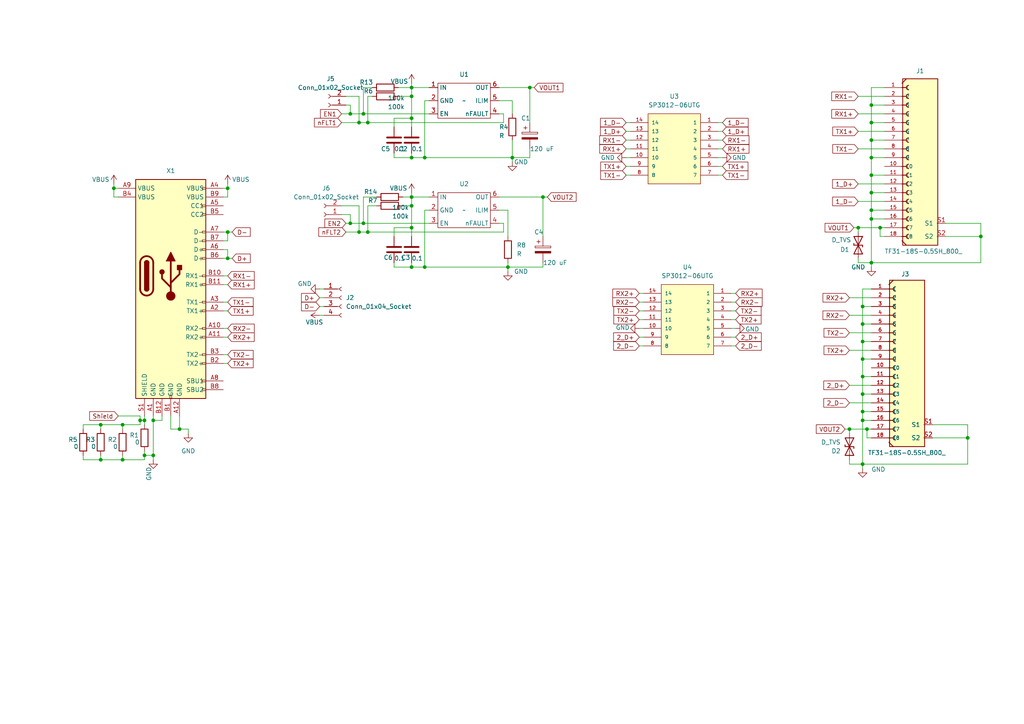
<source format=kicad_sch>
(kicad_sch (version 20250114) (generator "eeschema") (generator_version "9.0")
  (paper "A4")
  (lib_symbols
    (symbol "Connector:Conn_01x02_Socket" (pin_names (offset 1.016) (hide yes))
      (property "Reference" "J" (at 0 2.54 0))
      (property "Value" "Conn_01x02_Socket" (at 0 -5.08 0))
      (symbol "Conn_01x02_Socket_1_1"
        (pin passive line (at -5.08 0 0) (length 3.81) (name "Pin_1") (number "1"))
        (pin passive line (at -5.08 -2.54 0) (length 3.81) (name "Pin_2") (number "2"))
      )
    )
    (symbol "Connector:Conn_01x04_Socket" (pin_names (offset 1.016) (hide yes))
      (property "Reference" "J" (at 0 5.08 0))
      (property "Value" "Conn_01x04_Socket" (at 0 -7.62 0))
      (symbol "Conn_01x04_Socket_1_1"
        (pin passive line (at -5.08 2.54 0) (length 3.81) (name "Pin_1") (number "1"))
        (pin passive line (at -5.08 0 0) (length 3.81) (name "Pin_2") (number "2"))
        (pin passive line (at -5.08 -2.54 0) (length 3.81) (name "Pin_3") (number "3"))
        (pin passive line (at -5.08 -5.08 0) (length 3.81) (name "Pin_4") (number "4"))
      )
    )
    (symbol "Device:C" (pin_numbers (hide yes)) (pin_names (offset 0.254))
      (property "Reference" "C" (at 0.635 2.54 0))
      (property "Value" "C" (at 0.635 -2.54 0))
      (symbol "C_1_1"
        (pin passive line (at 0 3.81 270) (length 2.794) (name "~") (number "1"))
        (pin passive line (at 0 -3.81 90) (length 2.794) (name "~") (number "2"))
      )
    )
    (symbol "Device:C_Polarized" (pin_numbers (hide yes)) (pin_names (offset 0.254))
      (property "Reference" "C" (at 0.635 2.54 0))
      (property "Value" "C_Polarized" (at 0.635 -2.54 0))
      (symbol "C_Polarized_1_1"
        (pin passive line (at 0 3.81 270) (length 2.794) (name "~") (number "1"))
        (pin passive line (at 0 -3.81 90) (length 2.794) (name "~") (number "2"))
      )
    )
    (symbol "Device:D_TVS" (pin_numbers (hide yes)) (pin_names (offset 1.016) (hide yes))
      (property "Reference" "D" (at 0 2.54 0))
      (property "Value" "D_TVS" (at 0 -2.54 0))
      (symbol "D_TVS_1_1"
        (pin passive line (at -3.81 0 0) (length 2.54) (name "A1") (number "1"))
        (pin passive line (at 3.81 0 180) (length 2.54) (name "A2") (number "2"))
      )
    )
    (symbol "Device:R" (pin_numbers (hide yes)) (pin_names (offset 0))
      (property "Reference" "R" (at 2.032 0 90))
      (property "Value" "R" (at 0 0 90))
      (symbol "R_1_1"
        (pin passive line (at 0 3.81 270) (length 1.27) (name "~") (number "1"))
        (pin passive line (at 0 -3.81 90) (length 1.27) (name "~") (number "2"))
      )
    )
    (symbol "Shield1:USB_C_24pins"
      (property "Reference" "X1" (at 0 38.1 0))
      (property "Value" "USB_C_24pins" (at 0 35.56 0))
      (symbol "USB_C_24pins_1_1"
        (pin passive line (at -15.24 30.48 0) (length 5.08) (name "VBUS") (number "A9"))
        (pin passive line (at -15.24 27.94 0) (length 5.08) (name "VBUS") (number "B4"))
        (pin passive line (at -7.62 -35.56 90) (length 5.08) (name "SHIELD") (number "S1"))
        (pin passive line (at -7.62 -35.56 90) (length 5.08) (hide yes) (name "SHIELD") (number "S2"))
        (pin passive line (at -7.62 -35.56 90) (length 5.08) (hide yes) (name "SHIELD") (number "S3"))
        (pin passive line (at -7.62 -35.56 90) (length 5.08) (hide yes) (name "SHIELD") (number "S4"))
        (pin passive line (at -5.08 -35.56 90) (length 5.08) (name "GND") (number "A1"))
        (pin passive line (at -2.54 -35.56 90) (length 5.08) (name "GND") (number "B12"))
        (pin passive line (at 0 -35.56 90) (length 5.08) (name "GND") (number "B1"))
        (pin passive line (at 2.54 -35.56 90) (length 5.08) (name "GND") (number "A12"))
        (pin passive line (at 15.24 30.48 180) (length 5.08) (name "VBUS") (number "A4"))
        (pin passive line (at 15.24 27.94 180) (length 5.08) (name "VBUS") (number "B9"))
        (pin bidirectional line (at 15.24 25.4 180) (length 5.08) (name "CC1") (number "A5"))
        (pin bidirectional line (at 15.24 22.86 180) (length 5.08) (name "CC2") (number "B5"))
        (pin bidirectional line (at 15.24 17.78 180) (length 5.08) (name "D-") (number "A7"))
        (pin bidirectional line (at 15.24 15.24 180) (length 5.08) (name "D-") (number "B7"))
        (pin bidirectional line (at 15.24 12.7 180) (length 5.08) (name "D+") (number "A6"))
        (pin bidirectional line (at 15.24 10.16 180) (length 5.08) (name "D+") (number "B6"))
        (pin bidirectional line (at 15.24 5.08 180) (length 5.08) (name "RX1-") (number "B10"))
        (pin bidirectional line (at 15.24 2.54 180) (length 5.08) (name "RX1+") (number "B11"))
        (pin bidirectional line (at 15.24 -2.54 180) (length 5.08) (name "TX1-") (number "A3"))
        (pin bidirectional line (at 15.24 -5.08 180) (length 5.08) (name "TX1+") (number "A2"))
        (pin bidirectional line (at 15.24 -10.16 180) (length 5.08) (name "RX2-") (number "A10"))
        (pin bidirectional line (at 15.24 -12.7 180) (length 5.08) (name "RX2+") (number "A11"))
        (pin bidirectional line (at 15.24 -17.78 180) (length 5.08) (name "TX2-") (number "B3"))
        (pin bidirectional line (at 15.24 -20.32 180) (length 5.08) (name "TX2+") (number "B2"))
        (pin bidirectional line (at 15.24 -25.4 180) (length 5.08) (name "SBU1") (number "A8"))
        (pin bidirectional line (at 15.24 -27.94 180) (length 5.08) (name "SBU2") (number "B8"))
      )
    )
    (symbol "TF31-18S-0.5SH_800__1" (pin_names (offset 1.016))
      (property "Reference" "J" (at -5.58 25.4 0))
      (property "Value" "TF31-18S-0.5SH_800_" (at -5.08 -25.4 0))
      (symbol "TF31-18S-0.5SH_800__1_0_0"
        (pin passive line (at 10.16 22.86 180) (length 5.08) (name "1") (number "1"))
        (pin passive line (at 10.16 20.32 180) (length 5.08) (name "2") (number "2"))
        (pin passive line (at 10.16 17.78 180) (length 5.08) (name "3") (number "3"))
        (pin passive line (at 10.16 15.24 180) (length 5.08) (name "4") (number "4"))
        (pin passive line (at 10.16 12.7 180) (length 5.08) (name "5") (number "5"))
        (pin passive line (at 10.16 10.16 180) (length 5.08) (name "6") (number "6"))
        (pin passive line (at 10.16 7.62 180) (length 5.08) (name "7") (number "7"))
        (pin passive line (at 10.16 5.08 180) (length 5.08) (name "8") (number "8"))
        (pin passive line (at 10.16 2.54 180) (length 5.08) (name "9") (number "9"))
        (pin passive line (at 10.16 0 180) (length 5.08) (name "10") (number "10"))
        (pin passive line (at 10.16 -2.54 180) (length 5.08) (name "11") (number "11"))
        (pin passive line (at 10.16 -5.08 180) (length 5.08) (name "12") (number "12"))
        (pin passive line (at 10.16 -7.62 180) (length 5.08) (name "13") (number "13"))
        (pin passive line (at 10.16 -10.16 180) (length 5.08) (name "14") (number "14"))
        (pin passive line (at 10.16 -12.7 180) (length 5.08) (name "15") (number "15"))
        (pin passive line (at 10.16 -15.24 180) (length 5.08) (name "16") (number "16"))
        (pin passive line (at 10.16 -17.78 180) (length 5.08) (name "17") (number "17"))
        (pin passive line (at 10.16 -20.32 180) (length 5.08) (name "18") (number "18"))
      )
      (symbol "TF31-18S-0.5SH_800__1_1_1"
        (pin input line (at -7.62 -16.51 0) (length 2.54) (name "S1") (number "S1"))
        (pin input line (at -7.62 -20.32 0) (length 2.54) (name "S2") (number "S2"))
      )
    )
    (symbol "my8lib:TF31-18S-0.5SH_800_" (pin_names (offset 1.016))
      (property "Reference" "J" (at -5.58 25.4 0))
      (property "Value" "TF31-18S-0.5SH_800_" (at -5.08 -25.4 0))
      (symbol "TF31-18S-0.5SH_800__0_0"
        (pin passive line (at 10.16 22.86 180) (length 5.08) (name "1") (number "1"))
        (pin passive line (at 10.16 20.32 180) (length 5.08) (name "2") (number "2"))
        (pin passive line (at 10.16 17.78 180) (length 5.08) (name "3") (number "3"))
        (pin passive line (at 10.16 15.24 180) (length 5.08) (name "4") (number "4"))
        (pin passive line (at 10.16 12.7 180) (length 5.08) (name "5") (number "5"))
        (pin passive line (at 10.16 10.16 180) (length 5.08) (name "6") (number "6"))
        (pin passive line (at 10.16 7.62 180) (length 5.08) (name "7") (number "7"))
        (pin passive line (at 10.16 5.08 180) (length 5.08) (name "8") (number "8"))
        (pin passive line (at 10.16 2.54 180) (length 5.08) (name "9") (number "9"))
        (pin passive line (at 10.16 0 180) (length 5.08) (name "10") (number "10"))
        (pin passive line (at 10.16 -2.54 180) (length 5.08) (name "11") (number "11"))
        (pin passive line (at 10.16 -5.08 180) (length 5.08) (name "12") (number "12"))
        (pin passive line (at 10.16 -7.62 180) (length 5.08) (name "13") (number "13"))
        (pin passive line (at 10.16 -10.16 180) (length 5.08) (name "14") (number "14"))
        (pin passive line (at 10.16 -12.7 180) (length 5.08) (name "15") (number "15"))
        (pin passive line (at 10.16 -15.24 180) (length 5.08) (name "16") (number "16"))
        (pin passive line (at 10.16 -17.78 180) (length 5.08) (name "17") (number "17"))
        (pin passive line (at 10.16 -20.32 180) (length 5.08) (name "18") (number "18"))
      )
      (symbol "TF31-18S-0.5SH_800__1_1"
        (pin input line (at -7.62 -16.51 0) (length 2.54) (name "S1") (number "S1"))
        (pin input line (at -7.62 -20.32 0) (length 2.54) (name "S2") (number "S2"))
      )
    )
    (symbol "myLib8:SP3012-06UTG" (pin_names (offset 1.016))
      (property "Reference" "U" (at -7.62 10.668 0))
      (property "Value" "SP3012-06UTG" (at -7.62 -12.7 0))
      (symbol "SP3012-06UTG_0_0"
        (pin passive line (at -12.7 7.62 0) (length 5.08) (name "1") (number "1"))
        (pin passive line (at -12.7 5.08 0) (length 5.08) (name "2") (number "2"))
        (pin passive line (at -12.7 2.54 0) (length 5.08) (name "3") (number "3"))
        (pin passive line (at -12.7 0 0) (length 5.08) (name "4") (number "4"))
        (pin passive line (at -12.7 -2.54 0) (length 5.08) (name "5") (number "5"))
        (pin passive line (at -12.7 -5.08 0) (length 5.08) (name "6") (number "6"))
        (pin passive line (at -12.7 -7.62 0) (length 5.08) (name "7") (number "7"))
        (pin passive line (at 12.7 7.62 180) (length 5.08) (name "14") (number "14"))
        (pin passive line (at 12.7 5.08 180) (length 5.08) (name "13") (number "13"))
        (pin passive line (at 12.7 2.54 180) (length 5.08) (name "12") (number "12"))
        (pin passive line (at 12.7 0 180) (length 5.08) (name "11") (number "11"))
        (pin passive line (at 12.7 -2.54 180) (length 5.08) (name "10") (number "10"))
        (pin passive line (at 12.7 -5.08 180) (length 5.08) (name "9") (number "9"))
        (pin passive line (at 12.7 -7.62 180) (length 5.08) (name "8") (number "8"))
      )
    )
    (symbol "power:GND" (power) (pin_names (offset 0))
      (property "Value" "GND" (at 0 -3.81 0))
      (symbol "GND_1_1"
        (pin power_in line (at 0 0 270) (length 0) (hide yes) (name "GND") (number "1"))
      )
    )
    (symbol "power:VBUS" (power) (pin_names (offset 0))
      (property "Value" "VBUS" (at 0 3.81 0))
      (symbol "VBUS_1_1"
        (pin power_in line (at 0 0 90) (length 0) (hide yes) (name "VBUS") (number "1"))
      )
    )
    (symbol "swich emergent:tps2553"
      (property "Reference" "U" (at 0 7.62 0))
      (symbol "tps2553_1_1"
        (pin power_in line (at -10.16 3.81 0) (length 2.54) (name "IN") (number "1"))
        (pin power_in line (at -10.16 0 0) (length 2.54) (name "GND") (number "2"))
        (pin input line (at -10.16 -3.81 0) (length 2.54) (name "EN") (number "3"))
        (pin power_out line (at 10.16 3.81 180) (length 2.54) (name "OUT") (number "6"))
        (pin output line (at 10.16 0 180) (length 2.54) (name "ILIM") (number "5"))
        (pin open_collector line (at 10.16 -3.81 180) (length 2.54) (name "nFAULT") (number "4"))
      )
    )
  )
  (junction (at 35.56 133.35))
  (junction (at 248.92 66.04))
  (junction (at 106.68 35.56))
  (junction (at 40.64 121.92))
  (junction (at 250.19 121.92))
  (junction (at 119.38 66.04))
  (junction (at 66.04 54.61))
  (junction (at 252.73 60.96))
  (junction (at 44.45 121.92))
  (junction (at 44.45 132.08))
  (junction (at 119.38 34.29))
  (junction (at 101.6 64.77))
  (junction (at 250.19 99.06))
  (junction (at 101.6 33.02))
  (junction (at 147.32 77.47))
  (junction (at 250.19 119.38))
  (junction (at 252.73 55.88))
  (junction (at 252.73 30.48))
  (junction (at 29.21 133.35))
  (junction (at 106.68 67.31))
  (junction (at 250.19 93.98))
  (junction (at 119.38 25.4))
  (junction (at 148.59 45.72))
  (junction (at 251.46 124.46))
  (junction (at 250.19 134.62))
  (junction (at 252.73 76.2))
  (junction (at 33.02 54.61))
  (junction (at 246.38 124.46))
  (junction (at 252.73 40.64))
  (junction (at 252.73 50.8))
  (junction (at 252.73 45.72))
  (junction (at 104.14 67.31))
  (junction (at 104.14 35.56))
  (junction (at 35.56 123.19))
  (junction (at 250.19 88.9))
  (junction (at 41.91 132.08))
  (junction (at 252.73 63.5))
  (junction (at 119.38 57.15))
  (junction (at 119.38 27.94))
  (junction (at 250.19 104.14))
  (junction (at 123.19 45.72))
  (junction (at 105.41 64.77))
  (junction (at 123.19 77.47))
  (junction (at 119.38 45.72))
  (junction (at 119.38 77.47))
  (junction (at 29.21 123.19))
  (junction (at 157.48 57.15))
  (junction (at 153.67 25.4))
  (junction (at 105.41 33.02))
  (junction (at 250.19 114.3))
  (junction (at 250.19 109.22))
  (junction (at 280.67 127))
  (junction (at 52.07 124.46))
  (junction (at 252.73 35.56))
  (junction (at 284.48 68.58))
  (junction (at 66.04 74.93))
  (junction (at 119.38 59.69))
  (junction (at 66.04 67.31))
  (junction (at 41.91 121.92))
  (junction (at 255.27 66.04))
  (wire (pts (xy 252.73 40.64) (xy 252.73 45.72)))
  (wire (pts (xy 248.92 66.04) (xy 255.27 66.04)))
  (wire (pts (xy 114.3 34.29) (xy 119.38 34.29)))
  (wire (pts (xy 109.22 59.69) (xy 106.68 59.69)))
  (wire (pts (xy 182.88 43.18) (xy 181.61 43.18)))
  (wire (pts (xy 250.19 119.38) (xy 250.19 121.92)))
  (wire (pts (xy 248.92 53.34) (xy 256.54 53.34)))
  (wire (pts (xy 252.73 30.48) (xy 252.73 35.56)))
  (wire (pts (xy 119.38 57.15) (xy 119.38 59.69)))
  (wire (pts (xy 46.99 120.65) (xy 46.99 121.92)))
  (wire (pts (xy 252.73 76.2) (xy 252.73 77.47)))
  (wire (pts (xy 35.56 123.19) (xy 29.21 123.19)))
  (wire (pts (xy 114.3 68.58) (xy 114.3 66.04)))
  (wire (pts (xy 146.05 67.31) (xy 146.05 64.77)))
  (wire (pts (xy 250.19 134.62) (xy 250.19 135.89)))
  (wire (pts (xy 119.38 57.15) (xy 124.46 57.15)))
  (wire (pts (xy 67.31 74.93) (xy 66.04 74.93)))
  (wire (pts (xy 66.04 80.01) (xy 64.77 80.01)))
  (wire (pts (xy 252.73 55.88) (xy 252.73 60.96)))
  (wire (pts (xy 66.04 54.61) (xy 64.77 54.61)))
  (wire (pts (xy 252.73 109.22) (xy 250.19 109.22)))
  (wire (pts (xy 256.54 60.96) (xy 252.73 60.96)))
  (wire (pts (xy 280.67 134.62) (xy 250.19 134.62)))
  (wire (pts (xy 92.71 91.44) (xy 93.98 91.44)))
  (wire (pts (xy 104.14 59.69) (xy 104.14 67.31)))
  (wire (pts (xy 246.38 86.36) (xy 252.73 86.36)))
  (wire (pts (xy 252.73 50.8) (xy 252.73 55.88)))
  (wire (pts (xy 248.92 67.31) (xy 248.92 66.04)))
  (wire (pts (xy 186.69 97.79) (xy 185.42 97.79)))
  (wire (pts (xy 280.67 123.19) (xy 280.67 127)))
  (wire (pts (xy 123.19 77.47) (xy 147.32 77.47)))
  (wire (pts (xy 252.73 63.5) (xy 252.73 76.2)))
  (wire (pts (xy 115.57 25.4) (xy 119.38 25.4)))
  (wire (pts (xy 99.06 62.23) (xy 101.6 62.23)))
  (wire (pts (xy 146.05 64.77) (xy 144.78 64.77)))
  (wire (pts (xy 99.06 59.69) (xy 104.14 59.69)))
  (wire (pts (xy 119.38 45.72) (xy 123.19 45.72)))
  (wire (pts (xy 64.77 57.15) (xy 66.04 57.15)))
  (wire (pts (xy 209.55 45.72) (xy 208.28 45.72)))
  (wire (pts (xy 66.04 97.79) (xy 64.77 97.79)))
  (wire (pts (xy 147.32 77.47) (xy 147.32 78.74)))
  (wire (pts (xy 213.36 95.25) (xy 212.09 95.25)))
  (wire (pts (xy 252.73 40.64) (xy 256.54 40.64)))
  (wire (pts (xy 66.04 105.41) (xy 64.77 105.41)))
  (wire (pts (xy 248.92 27.94) (xy 256.54 27.94)))
  (wire (pts (xy 186.69 95.25) (xy 185.42 95.25)))
  (wire (pts (xy 123.19 45.72) (xy 148.59 45.72)))
  (wire (pts (xy 66.04 95.25) (xy 64.77 95.25)))
  (wire (pts (xy 114.3 66.04) (xy 119.38 66.04)))
  (wire (pts (xy 52.07 120.65) (xy 52.07 124.46)))
  (wire (pts (xy 252.73 99.06) (xy 250.19 99.06)))
  (wire (pts (xy 148.59 29.21) (xy 144.78 29.21)))
  (wire (pts (xy 213.36 90.17) (xy 212.09 90.17)))
  (wire (pts (xy 251.46 124.46) (xy 252.73 124.46)))
  (wire (pts (xy 182.88 48.26) (xy 181.61 48.26)))
  (wire (pts (xy 119.38 77.47) (xy 123.19 77.47)))
  (wire (pts (xy 92.71 83.82) (xy 93.98 83.82)))
  (wire (pts (xy 248.92 38.1) (xy 256.54 38.1)))
  (wire (pts (xy 104.14 27.94) (xy 104.14 35.56)))
  (wire (pts (xy 66.04 53.34) (xy 66.04 54.61)))
  (wire (pts (xy 119.38 24.13) (xy 119.38 25.4)))
  (wire (pts (xy 99.06 35.56) (xy 104.14 35.56)))
  (wire (pts (xy 54.61 125.73) (xy 54.61 124.46)))
  (wire (pts (xy 250.19 83.82) (xy 250.19 88.9)))
  (wire (pts (xy 33.02 54.61) (xy 33.02 57.15)))
  (wire (pts (xy 147.32 68.58) (xy 147.32 60.96)))
  (wire (pts (xy 252.73 25.4) (xy 252.73 30.48)))
  (wire (pts (xy 186.69 85.09) (xy 185.42 85.09)))
  (wire (pts (xy 107.95 27.94) (xy 106.68 27.94)))
  (wire (pts (xy 186.69 87.63) (xy 185.42 87.63)))
  (wire (pts (xy 66.04 67.31) (xy 66.04 69.85)))
  (wire (pts (xy 35.56 124.46) (xy 35.56 123.19)))
  (wire (pts (xy 255.27 66.04) (xy 256.54 66.04)))
  (wire (pts (xy 101.6 62.23) (xy 101.6 64.77)))
  (wire (pts (xy 256.54 68.58) (xy 255.27 68.58)))
  (wire (pts (xy 119.38 25.4) (xy 124.46 25.4)))
  (wire (pts (xy 24.13 123.19) (xy 29.21 123.19)))
  (wire (pts (xy 101.6 30.48) (xy 101.6 33.02)))
  (wire (pts (xy 157.48 57.15) (xy 157.48 68.58)))
  (wire (pts (xy 66.04 57.15) (xy 66.04 54.61)))
  (wire (pts (xy 252.73 50.8) (xy 256.54 50.8)))
  (wire (pts (xy 250.19 121.92) (xy 252.73 121.92)))
  (wire (pts (xy 92.71 86.36) (xy 93.98 86.36)))
  (wire (pts (xy 119.38 66.04) (xy 119.38 68.58)))
  (wire (pts (xy 66.04 67.31) (xy 67.31 67.31)))
  (wire (pts (xy 250.19 104.14) (xy 250.19 109.22)))
  (wire (pts (xy 106.68 35.56) (xy 146.05 35.56)))
  (wire (pts (xy 119.38 45.72) (xy 119.38 44.45)))
  (wire (pts (xy 101.6 33.02) (xy 105.41 33.02)))
  (wire (pts (xy 119.38 59.69) (xy 119.38 66.04)))
  (wire (pts (xy 274.32 68.58) (xy 284.48 68.58)))
  (wire (pts (xy 182.88 50.8) (xy 181.61 50.8)))
  (wire (pts (xy 246.38 116.84) (xy 252.73 116.84)))
  (wire (pts (xy 100.33 64.77) (xy 101.6 64.77)))
  (wire (pts (xy 248.92 33.02) (xy 256.54 33.02)))
  (wire (pts (xy 157.48 76.2) (xy 157.48 77.47)))
  (wire (pts (xy 92.71 88.9) (xy 93.98 88.9)))
  (wire (pts (xy 114.3 45.72) (xy 119.38 45.72)))
  (wire (pts (xy 44.45 133.35) (xy 44.45 132.08)))
  (wire (pts (xy 44.45 132.08) (xy 44.45 121.92)))
  (wire (pts (xy 116.84 57.15) (xy 119.38 57.15)))
  (wire (pts (xy 49.53 124.46) (xy 52.07 124.46)))
  (wire (pts (xy 186.69 100.33) (xy 185.42 100.33)))
  (wire (pts (xy 248.92 58.42) (xy 256.54 58.42)))
  (wire (pts (xy 252.73 35.56) (xy 252.73 40.64)))
  (wire (pts (xy 246.38 125.73) (xy 246.38 124.46)))
  (wire (pts (xy 100.33 27.94) (xy 104.14 27.94)))
  (wire (pts (xy 246.38 101.6) (xy 252.73 101.6)))
  (wire (pts (xy 182.88 45.72) (xy 181.61 45.72)))
  (wire (pts (xy 44.45 121.92) (xy 46.99 121.92)))
  (wire (pts (xy 119.38 34.29) (xy 119.38 36.83)))
  (wire (pts (xy 119.38 55.88) (xy 119.38 57.15)))
  (wire (pts (xy 209.55 38.1) (xy 208.28 38.1)))
  (wire (pts (xy 114.3 44.45) (xy 114.3 45.72)))
  (wire (pts (xy 256.54 25.4) (xy 252.73 25.4)))
  (wire (pts (xy 209.55 43.18) (xy 208.28 43.18)))
  (wire (pts (xy 248.92 76.2) (xy 248.92 74.93)))
  (wire (pts (xy 41.91 132.08) (xy 44.45 132.08)))
  (wire (pts (xy 153.67 25.4) (xy 154.94 25.4)))
  (wire (pts (xy 105.41 25.4) (xy 105.41 33.02)))
  (wire (pts (xy 251.46 124.46) (xy 251.46 127)))
  (wire (pts (xy 246.38 124.46) (xy 251.46 124.46)))
  (wire (pts (xy 252.73 114.3) (xy 250.19 114.3)))
  (wire (pts (xy 109.22 57.15) (xy 105.41 57.15)))
  (wire (pts (xy 119.38 76.2) (xy 119.38 77.47)))
  (wire (pts (xy 250.19 109.22) (xy 250.19 114.3)))
  (wire (pts (xy 33.02 53.34) (xy 33.02 54.61)))
  (wire (pts (xy 250.19 93.98) (xy 250.19 99.06)))
  (wire (pts (xy 41.91 120.65) (xy 41.91 121.92)))
  (wire (pts (xy 246.38 124.46) (xy 245.11 124.46)))
  (wire (pts (xy 34.29 120.65) (xy 40.64 120.65)))
  (wire (pts (xy 209.55 35.56) (xy 208.28 35.56)))
  (wire (pts (xy 248.92 66.04) (xy 247.65 66.04)))
  (wire (pts (xy 106.68 67.31) (xy 146.05 67.31)))
  (wire (pts (xy 24.13 132.08) (xy 24.13 133.35)))
  (wire (pts (xy 246.38 134.62) (xy 246.38 133.35)))
  (wire (pts (xy 101.6 64.77) (xy 105.41 64.77)))
  (wire (pts (xy 252.73 45.72) (xy 252.73 50.8)))
  (wire (pts (xy 284.48 68.58) (xy 284.48 76.2)))
  (wire (pts (xy 148.59 45.72) (xy 153.67 45.72)))
  (wire (pts (xy 104.14 35.56) (xy 106.68 35.56)))
  (wire (pts (xy 284.48 76.2) (xy 252.73 76.2)))
  (wire (pts (xy 116.84 59.69) (xy 119.38 59.69)))
  (wire (pts (xy 123.19 60.96) (xy 123.19 77.47)))
  (wire (pts (xy 35.56 123.19) (xy 40.64 123.19)))
  (wire (pts (xy 252.73 127) (xy 251.46 127)))
  (wire (pts (xy 35.56 132.08) (xy 35.56 133.35)))
  (wire (pts (xy 252.73 119.38) (xy 250.19 119.38)))
  (wire (pts (xy 40.64 123.19) (xy 40.64 121.92)))
  (wire (pts (xy 270.51 123.19) (xy 280.67 123.19)))
  (wire (pts (xy 147.32 77.47) (xy 157.48 77.47)))
  (wire (pts (xy 250.19 114.3) (xy 250.19 119.38)))
  (wire (pts (xy 186.69 90.17) (xy 185.42 90.17)))
  (wire (pts (xy 256.54 55.88) (xy 252.73 55.88)))
  (wire (pts (xy 256.54 63.5) (xy 252.73 63.5)))
  (wire (pts (xy 107.95 25.4) (xy 105.41 25.4)))
  (wire (pts (xy 246.38 134.62) (xy 250.19 134.62)))
  (wire (pts (xy 40.64 120.65) (xy 40.64 121.92)))
  (wire (pts (xy 104.14 67.31) (xy 106.68 67.31)))
  (wire (pts (xy 66.04 72.39) (xy 66.04 74.93)))
  (wire (pts (xy 33.02 57.15) (xy 34.29 57.15)))
  (wire (pts (xy 250.19 121.92) (xy 250.19 134.62)))
  (wire (pts (xy 213.36 85.09) (xy 212.09 85.09)))
  (wire (pts (xy 144.78 57.15) (xy 157.48 57.15)))
  (wire (pts (xy 64.77 67.31) (xy 66.04 67.31)))
  (wire (pts (xy 153.67 25.4) (xy 153.67 35.56)))
  (wire (pts (xy 66.04 74.93) (xy 64.77 74.93)))
  (wire (pts (xy 100.33 67.31) (xy 104.14 67.31)))
  (wire (pts (xy 41.91 130.81) (xy 41.91 132.08)))
  (wire (pts (xy 246.38 96.52) (xy 252.73 96.52)))
  (wire (pts (xy 147.32 76.2) (xy 147.32 77.47)))
  (wire (pts (xy 66.04 87.63) (xy 64.77 87.63)))
  (wire (pts (xy 123.19 60.96) (xy 124.46 60.96)))
  (wire (pts (xy 213.36 97.79) (xy 212.09 97.79)))
  (wire (pts (xy 147.32 60.96) (xy 144.78 60.96)))
  (wire (pts (xy 213.36 100.33) (xy 212.09 100.33)))
  (wire (pts (xy 252.73 30.48) (xy 256.54 30.48)))
  (wire (pts (xy 24.13 124.46) (xy 24.13 123.19)))
  (wire (pts (xy 105.41 57.15) (xy 105.41 64.77)))
  (wire (pts (xy 35.56 133.35) (xy 29.21 133.35)))
  (wire (pts (xy 213.36 92.71) (xy 212.09 92.71)))
  (wire (pts (xy 274.32 64.77) (xy 284.48 64.77)))
  (wire (pts (xy 148.59 33.02) (xy 148.59 29.21)))
  (wire (pts (xy 280.67 127) (xy 280.67 134.62)))
  (wire (pts (xy 252.73 93.98) (xy 250.19 93.98)))
  (wire (pts (xy 252.73 60.96) (xy 252.73 63.5)))
  (wire (pts (xy 157.48 57.15) (xy 158.75 57.15)))
  (wire (pts (xy 248.92 76.2) (xy 252.73 76.2)))
  (wire (pts (xy 114.3 76.2) (xy 114.3 77.47)))
  (wire (pts (xy 35.56 133.35) (xy 41.91 133.35)))
  (wire (pts (xy 44.45 120.65) (xy 44.45 121.92)))
  (wire (pts (xy 284.48 64.77) (xy 284.48 68.58)))
  (wire (pts (xy 148.59 45.72) (xy 148.59 46.99)))
  (wire (pts (xy 252.73 35.56) (xy 256.54 35.56)))
  (wire (pts (xy 105.41 33.02) (xy 124.46 33.02)))
  (wire (pts (xy 181.61 38.1) (xy 182.88 38.1)))
  (wire (pts (xy 66.04 90.17) (xy 64.77 90.17)))
  (wire (pts (xy 64.77 72.39) (xy 66.04 72.39)))
  (wire (pts (xy 124.46 29.21) (xy 123.19 29.21)))
  (wire (pts (xy 123.19 29.21) (xy 123.19 45.72)))
  (wire (pts (xy 29.21 123.19) (xy 29.21 124.46)))
  (wire (pts (xy 114.3 77.47) (xy 119.38 77.47)))
  (wire (pts (xy 213.36 87.63) (xy 212.09 87.63)))
  (wire (pts (xy 252.73 45.72) (xy 256.54 45.72)))
  (wire (pts (xy 66.04 102.87) (xy 64.77 102.87)))
  (wire (pts (xy 246.38 111.76) (xy 252.73 111.76)))
  (wire (pts (xy 114.3 36.83) (xy 114.3 34.29)))
  (wire (pts (xy 252.73 83.82) (xy 250.19 83.82)))
  (wire (pts (xy 100.33 30.48) (xy 101.6 30.48)))
  (wire (pts (xy 252.73 104.14) (xy 250.19 104.14)))
  (wire (pts (xy 119.38 25.4) (xy 119.38 27.94)))
  (wire (pts (xy 33.02 54.61) (xy 34.29 54.61)))
  (wire (pts (xy 144.78 25.4) (xy 153.67 25.4)))
  (wire (pts (xy 250.19 99.06) (xy 250.19 104.14)))
  (wire (pts (xy 66.04 82.55) (xy 64.77 82.55)))
  (wire (pts (xy 41.91 132.08) (xy 41.91 133.35)))
  (wire (pts (xy 246.38 91.44) (xy 252.73 91.44)))
  (wire (pts (xy 146.05 33.02) (xy 144.78 33.02)))
  (wire (pts (xy 270.51 127) (xy 280.67 127)))
  (wire (pts (xy 181.61 35.56) (xy 182.88 35.56)))
  (wire (pts (xy 148.59 40.64) (xy 148.59 45.72)))
  (wire (pts (xy 24.13 133.35) (xy 29.21 133.35)))
  (wire (pts (xy 146.05 35.56) (xy 146.05 33.02)))
  (wire (pts (xy 255.27 66.04) (xy 255.27 68.58)))
  (wire (pts (xy 29.21 132.08) (xy 29.21 133.35)))
  (wire (pts (xy 106.68 59.69) (xy 106.68 67.31)))
  (wire (pts (xy 252.73 88.9) (xy 250.19 88.9)))
  (wire (pts (xy 40.64 121.92) (xy 41.91 121.92)))
  (wire (pts (xy 209.55 48.26) (xy 208.28 48.26)))
  (wire (pts (xy 52.07 124.46) (xy 54.61 124.46)))
  (wire (pts (xy 250.19 88.9) (xy 250.19 93.98)))
  (wire (pts (xy 49.53 120.65) (xy 49.53 124.46)))
  (wire (pts (xy 209.55 40.64) (xy 208.28 40.64)))
  (wire (pts (xy 182.88 40.64) (xy 181.61 40.64)))
  (wire (pts (xy 209.55 50.8) (xy 208.28 50.8)))
  (wire (pts (xy 248.92 43.18) (xy 256.54 43.18)))
  (wire (pts (xy 106.68 27.94) (xy 106.68 35.56)))
  (wire (pts (xy 41.91 121.92) (xy 41.91 123.19)))
  (wire (pts (xy 186.69 92.71) (xy 185.42 92.71)))
  (wire (pts (xy 99.06 33.02) (xy 101.6 33.02)))
  (wire (pts (xy 66.04 69.85) (xy 64.77 69.85)))
  (wire (pts (xy 153.67 43.18) (xy 153.67 45.72)))
  (wire (pts (xy 115.57 27.94) (xy 119.38 27.94)))
  (wire (pts (xy 119.38 27.94) (xy 119.38 34.29)))
  (wire (pts (xy 105.41 64.77) (xy 124.46 64.77)))
  (global_label "TX2-" (shape input) (at 246.38 96.52 180) (property "Intersheetrefs" "${INTERSHEET_REFS}" (effects (hide yes))))
  (global_label "RX2+" (shape input) (at 66.04 97.79 0) (property "Intersheetrefs" "${INTERSHEET_REFS}" (effects (hide yes))))
  (global_label "VOUT2" (shape input) (at 245.11 124.46 180) (property "Intersheetrefs" "${INTERSHEET_REFS}" (effects (hide yes))))
  (global_label "RX1+" (shape input) (at 181.61 43.18 180) (property "Intersheetrefs" "${INTERSHEET_REFS}" (effects (hide yes))))
  (global_label "RX1-" (shape input) (at 181.61 40.64 180) (property "Intersheetrefs" "${INTERSHEET_REFS}" (effects (hide yes))))
  (global_label "RX1-" (shape input) (at 248.92 27.94 180) (property "Intersheetrefs" "${INTERSHEET_REFS}" (effects (hide yes))))
  (global_label "RX1-" (shape input) (at 66.04 80.01 0) (property "Intersheetrefs" "${INTERSHEET_REFS}" (effects (hide yes))))
  (global_label "VOUT1" (shape input) (at 154.94 25.4 0) (property "Intersheetrefs" "${INTERSHEET_REFS}" (effects (hide yes))))
  (global_label "nFLT1" (shape input) (at 99.06 35.56 180) (property "Intersheetrefs" "${INTERSHEET_REFS}" (effects (hide yes))))
  (global_label "D+" (shape input) (at 92.71 86.36 180) (property "Intersheetrefs" "${INTERSHEET_REFS}" (effects (hide yes))))
  (global_label "RX1+" (shape input) (at 66.04 82.55 0) (property "Intersheetrefs" "${INTERSHEET_REFS}" (effects (hide yes))))
  (global_label "D-" (shape input) (at 67.31 67.31 0) (property "Intersheetrefs" "${INTERSHEET_REFS}" (effects (hide yes))))
  (global_label "RX2-" (shape input) (at 213.36 87.63 0) (property "Intersheetrefs" "${INTERSHEET_REFS}" (effects (hide yes))))
  (global_label "1_D-" (shape input) (at 248.92 58.42 180) (property "Intersheetrefs" "${INTERSHEET_REFS}" (effects (hide yes))))
  (global_label "RX2+" (shape input) (at 246.38 86.36 180) (property "Intersheetrefs" "${INTERSHEET_REFS}" (effects (hide yes))))
  (global_label "TX1-" (shape input) (at 181.61 50.8 180) (property "Intersheetrefs" "${INTERSHEET_REFS}" (effects (hide yes))))
  (global_label "2_D+" (shape input) (at 185.42 97.79 180) (property "Intersheetrefs" "${INTERSHEET_REFS}" (effects (hide yes))))
  (global_label "RX1-" (shape input) (at 209.55 40.64 0) (property "Intersheetrefs" "${INTERSHEET_REFS}" (effects (hide yes))))
  (global_label "RX2+" (shape input) (at 213.36 85.09 0) (property "Intersheetrefs" "${INTERSHEET_REFS}" (effects (hide yes))))
  (global_label "1_D+" (shape input) (at 209.55 38.1 0) (property "Intersheetrefs" "${INTERSHEET_REFS}" (effects (hide yes))))
  (global_label "D+" (shape input) (at 67.31 74.93 0) (property "Intersheetrefs" "${INTERSHEET_REFS}" (effects (hide yes))))
  (global_label "TX1+" (shape input) (at 181.61 48.26 180) (property "Intersheetrefs" "${INTERSHEET_REFS}" (effects (hide yes))))
  (global_label "TX1+" (shape input) (at 209.55 48.26 0) (property "Intersheetrefs" "${INTERSHEET_REFS}" (effects (hide yes))))
  (global_label "EN2" (shape input) (at 100.33 64.77 180) (property "Intersheetrefs" "${INTERSHEET_REFS}" (effects (hide yes))))
  (global_label "RX2-" (shape input) (at 185.42 87.63 180) (property "Intersheetrefs" "${INTERSHEET_REFS}" (effects (hide yes))))
  (global_label "2_D-" (shape input) (at 246.38 116.84 180) (property "Intersheetrefs" "${INTERSHEET_REFS}" (effects (hide yes))))
  (global_label "TX2+" (shape input) (at 66.04 105.41 0) (property "Intersheetrefs" "${INTERSHEET_REFS}" (effects (hide yes))))
  (global_label "TX1-" (shape input) (at 209.55 50.8 0) (property "Intersheetrefs" "${INTERSHEET_REFS}" (effects (hide yes))))
  (global_label "nFLT2" (shape input) (at 100.33 67.31 180) (property "Intersheetrefs" "${INTERSHEET_REFS}" (effects (hide yes))))
  (global_label "Shield" (shape input) (at 34.29 120.65 180) (property "Intersheetrefs" "${INTERSHEET_REFS}" (effects (hide yes))))
  (global_label "1_D-" (shape input) (at 209.55 35.56 0) (property "Intersheetrefs" "${INTERSHEET_REFS}" (effects (hide yes))))
  (global_label "TX2-" (shape input) (at 213.36 90.17 0) (property "Intersheetrefs" "${INTERSHEET_REFS}" (effects (hide yes))))
  (global_label "TX2+" (shape input) (at 213.36 92.71 0) (property "Intersheetrefs" "${INTERSHEET_REFS}" (effects (hide yes))))
  (global_label "VOUT2" (shape input) (at 158.75 57.15 0) (property "Intersheetrefs" "${INTERSHEET_REFS}" (effects (hide yes))))
  (global_label "VOUT1" (shape input) (at 247.65 66.04 180) (property "Intersheetrefs" "${INTERSHEET_REFS}" (effects (hide yes))))
  (global_label "RX1+" (shape input) (at 209.55 43.18 0) (property "Intersheetrefs" "${INTERSHEET_REFS}" (effects (hide yes))))
  (global_label "TX1-" (shape input) (at 66.04 87.63 0) (property "Intersheetrefs" "${INTERSHEET_REFS}" (effects (hide yes))))
  (global_label "1_D+" (shape input) (at 181.61 38.1 180) (property "Intersheetrefs" "${INTERSHEET_REFS}" (effects (hide yes))))
  (global_label "RX2-" (shape input) (at 66.04 95.25 0) (property "Intersheetrefs" "${INTERSHEET_REFS}" (effects (hide yes))))
  (global_label "D-" (shape input) (at 92.71 88.9 180) (property "Intersheetrefs" "${INTERSHEET_REFS}" (effects (hide yes))))
  (global_label "2_D-" (shape input) (at 185.42 100.33 180) (property "Intersheetrefs" "${INTERSHEET_REFS}" (effects (hide yes))))
  (global_label "2_D+" (shape input) (at 213.36 97.79 0) (property "Intersheetrefs" "${INTERSHEET_REFS}" (effects (hide yes))))
  (global_label "EN1" (shape input) (at 99.06 33.02 180) (property "Intersheetrefs" "${INTERSHEET_REFS}" (effects (hide yes))))
  (global_label "TX2+" (shape input) (at 185.42 92.71 180) (property "Intersheetrefs" "${INTERSHEET_REFS}" (effects (hide yes))))
  (global_label "1_D-" (shape input) (at 181.61 35.56 180) (property "Intersheetrefs" "${INTERSHEET_REFS}" (effects (hide yes))))
  (global_label "1_D+" (shape input) (at 248.92 53.34 180) (property "Intersheetrefs" "${INTERSHEET_REFS}" (effects (hide yes))))
  (global_label "TX1+" (shape input) (at 66.04 90.17 0) (property "Intersheetrefs" "${INTERSHEET_REFS}" (effects (hide yes))))
  (global_label "TX1+" (shape input) (at 248.92 38.1 180) (property "Intersheetrefs" "${INTERSHEET_REFS}" (effects (hide yes))))
  (global_label "2_D+" (shape input) (at 246.38 111.76 180) (property "Intersheetrefs" "${INTERSHEET_REFS}" (effects (hide yes))))
  (global_label "RX2+" (shape input) (at 185.42 85.09 180) (property "Intersheetrefs" "${INTERSHEET_REFS}" (effects (hide yes))))
  (global_label "TX2-" (shape input) (at 185.42 90.17 180) (property "Intersheetrefs" "${INTERSHEET_REFS}" (effects (hide yes))))
  (global_label "TX2+" (shape input) (at 246.38 101.6 180) (property "Intersheetrefs" "${INTERSHEET_REFS}" (effects (hide yes))))
  (global_label "TX2-" (shape input) (at 66.04 102.87 0) (property "Intersheetrefs" "${INTERSHEET_REFS}" (effects (hide yes))))
  (global_label "2_D-" (shape input) (at 213.36 100.33 0) (property "Intersheetrefs" "${INTERSHEET_REFS}" (effects (hide yes))))
  (global_label "RX2-" (shape input) (at 246.38 91.44 180) (property "Intersheetrefs" "${INTERSHEET_REFS}" (effects (hide yes))))
  (global_label "RX1+" (shape input) (at 248.92 33.02 180) (property "Intersheetrefs" "${INTERSHEET_REFS}" (effects (hide yes))))
  (global_label "TX1-" (shape input) (at 248.92 43.18 180) (property "Intersheetrefs" "${INTERSHEET_REFS}" (effects (hide yes))))
  (symbol (lib_id "swich emergent:tps2553") (at 134.62 60.96 0) (unit 1)
    (property "Reference" "U2" (at 134.62 53.34 0))
    (property "Value" "~" (at 134.62 60.96 0))
    (property "Footprint" "Package_TO_SOT_SMD:SOT-23-6_Handsoldering" (effects (hide yes)))
  )
  (symbol (lib_id "Device:R") (at 147.32 72.39 0) (unit 1)
    (property "Reference" "R8" (at 149.86 71.12 0) (effects (justify left)))
    (property "Value" "R" (at 149.86 73.66 0) (effects (justify left)))
    (property "Footprint" "Resistor_SMD:R_0402_1005Metric_Pad0.72x0.64mm_HandSolder" (effects (hide yes)))
  )
  (symbol (lib_id "Connector:Conn_01x04_Socket") (at 99.06 86.36 0) (unit 1)
    (property "Reference" "J2" (at 100.33 86.3599 0) (effects (justify left)))
    (property "Value" "Conn_01x04_Socket" (at 100.33 88.8999 0) (effects (justify left)))
    (property "Footprint" "Connector_PinSocket_2.54mm:PinSocket_1x04_P2.54mm_Vertical" (effects (hide yes)))
    (property "Description" "Generic connector, single row, 01x04, script generated" (effects (hide yes)))
  )
  (symbol (lib_name "TF31-18S-0.5SH_800__1") (lib_id "my8lib:TF31-18S-0.5SH_800_") (at 266.7 48.26 0) (mirror y) (unit 1)
    (property "Reference" "J1" (at 265.684 20.574 0) (effects (justify right)))
    (property "Value" "TF31-18S-0.5SH_800_" (at 256.54 72.898 0) (effects (justify right)))
    (property "Footprint" "my8lib:HRS_TF31-18S-0.5SH_800_" (effects (hide yes)))
    (property "MF" "Hirose Electric Co Ltd" (effects (hide yes)))
    (property "Description_1" "\n18 Position FFC, FPC Connector Contacts, Bottom 0.020 (0.50mm) Surface Mount, Right Angle\n" (effects (hide yes)))
    (property "Package" "None" (effects (hide yes)))
    (property "Price" "None" (effects (hide yes)))
    (property "Check_prices" "https://www.snapeda.com/parts/TF31-18S-0.5SH(800)/Hirose/view-part/?ref=eda" (effects (hide yes)))
    (property "SnapEDA_Link" "https://www.snapeda.com/parts/TF31-18S-0.5SH(800)/Hirose/view-part/?ref=snap" (effects (hide yes)))
    (property "MP" "TF31-18S-0.5SH(800)" (effects (hide yes)))
    (property "Purchase-URL" "https://www.snapeda.com/api/url_track_click_mouser/?unipart_id=4877396&manufacturer=Hirose Electric Co Ltd&part_name=TF31-18S-0.5SH(800)&search_term=None" (effects (hide yes)))
    (property "Availability" "In Stock" (effects (hide yes)))
    (property "MANUFACTURER" "HRS" (effects (hide yes)))
  )
  (symbol (lib_id "power:VBUS") (at 66.04 53.34 0) (mirror y) (unit 1)
    (property "Reference" "#PWR015" (effects (hide yes)))
    (property "Value" "VBUS" (at 69.85 52.07 0))
  )
  (symbol (lib_id "power:VBUS") (at 92.71 91.44 90) (mirror x) (unit 1)
    (property "Reference" "#PWR022" (effects (hide yes)))
    (property "Value" "VBUS" (at 91.186 93.472 90))
  )
  (symbol (lib_id "Device:D_TVS") (at 248.92 71.12 270) (unit 1)
    (property "Reference" "D1" (at 246.38 72.39 90) (effects (justify right)))
    (property "Value" "D_TVS" (at 246.888 69.596 90) (effects (justify right)))
    (property "Footprint" "Diode_SMD:D_SOD-523" (effects (hide yes)))
  )
  (symbol (lib_id "power:GND") (at 185.42 95.25 270) (mirror x) (unit 1)
    (property "Reference" "#PWR014" (effects (hide yes)))
    (property "Value" "GND" (at 180.594 94.996 90))
  )
  (symbol (lib_id "power:GND") (at 148.59 46.99 0) (unit 1)
    (property "Reference" "#PWR07" (effects (hide yes)))
    (property "Value" "GND" (at 151.13 46.99 0))
  )
  (symbol (lib_id "myLib8:SP3012-06UTG") (at 195.58 43.18 0) (mirror y) (unit 1)
    (property "Reference" "U3" (at 195.58 27.94 0))
    (property "Value" "SP3012-06UTG" (at 195.58 30.48 0))
    (property "Footprint" "myLib8:DFN-14_1.35x3.5mm_P0.5mm" (effects (hide yes)))
    (property "B_NOM" "0.2" (effects (hide yes)))
    (property "D_MAX" "3.6" (effects (hide yes)))
    (property "A_MAX" "0.55" (effects (hide yes)))
    (property "B_MIN" "0.15" (effects (hide yes)))
    (property "Check_prices" "https://www.snapeda.com/parts/SP3012-06UTG/Ersa/view-part/?ref=eda" (effects (hide yes)))
    (property "B_MAX" "0.25" (effects (hide yes)))
    (property "Description_1" "\nESD Suppressor Diode Array Uni-Dir 5V Automotive 14-Pin UDFN T/R\n" (effects (hide yes)))
    (property "Price" "None" (effects (hide yes)))
    (property "ENOM" "0.5" (effects (hide yes)))
    (property "D_NOM" "3.5" (effects (hide yes)))
    (property "L_MAX" "0.35" (effects (hide yes)))
    (property "Package" "None" (effects (hide yes)))
    (property "E2_NOM" "0.0" (effects (hide yes)))
    (property "D2_NOM" "0.0" (effects (hide yes)))
    (property "PARTREV" "02/23/17" (effects (hide yes)))
    (property "SnapEDA_Link" "https://www.snapeda.com/parts/SP3012-06UTG/Ersa/view-part/?ref=snap" (effects (hide yes)))
    (property "E_NOM" "1.35" (effects (hide yes)))
    (property "STANDARD" "IPC 7351B" (effects (hide yes)))
    (property "PIN_COUNT" "14.0" (effects (hide yes)))
    (property "L_NOM" "0.3" (effects (hide yes)))
    (property "MANUFACTURER" "Littelfuse" (effects (hide yes)))
    (property "MF" "Littelfuse" (effects (hide yes)))
    (property "MAXIMUM_PACKAGE_HEIGHT" "0.55mm" (effects (hide yes)))
    (property "E_MIN" "1.25" (effects (hide yes)))
    (property "D_MIN" "3.4" (effects (hide yes)))
    (property "MP" "SP3012-06UTG" (effects (hide yes)))
    (property "L_MIN" "0.25" (effects (hide yes)))
    (property "Availability" "In Stock" (effects (hide yes)))
    (property "E_MAX" "1.45" (effects (hide yes)))
  )
  (symbol (lib_id "power:GND") (at 252.73 77.47 0) (mirror y) (unit 1)
    (property "Reference" "#PWR01" (effects (hide yes)))
    (property "Value" "GND" (at 248.92 77.47 0))
  )
  (symbol (lib_id "Device:C_Polarized") (at 157.48 72.39 0) (unit 1)
    (property "Reference" "C4" (at 154.94 67.31 0) (effects (justify left)))
    (property "Value" "120 uF" (at 157.48 76.2 0) (effects (justify left)))
    (property "Footprint" "Capacitor_THT:CP_Radial_D5.0mm_P2.00mm" (effects (hide yes)))
  )
  (symbol (lib_id "power:GND") (at 44.45 133.35 0) (unit 1)
    (property "Reference" "#PWR021" (effects (hide yes)))
    (property "Value" "GND" (at 43.18 137.414 90))
  )
  (symbol (lib_id "power:GND") (at 147.32 78.74 0) (unit 1)
    (property "Reference" "#PWR010" (effects (hide yes)))
    (property "Value" "GND" (at 151.13 78.74 0))
  )
  (symbol (lib_id "power:GND") (at 54.61 125.73 0) (unit 1)
    (property "Reference" "#PWR020" (effects (hide yes)))
    (property "Value" "GND" (at 54.61 130.81 0))
  )
  (symbol (lib_id "Device:R") (at 111.76 25.4 90) (unit 1)
    (property "Reference" "R13" (at 108.204 23.876 90) (effects (justify left)))
    (property "Value" "100k" (at 117.348 28.448 90) (effects (justify left)))
    (property "Footprint" "Resistor_SMD:R_0402_1005Metric_Pad0.72x0.64mm_HandSolder" (effects (hide yes)))
    (property "Description" "Resistor" (effects (hide yes)))
  )
  (symbol (lib_id "power:GND") (at 92.71 83.82 270) (unit 1)
    (property "Reference" "#PWR019" (effects (hide yes)))
    (property "Value" "GND" (at 90.424 82.296 90) (effects (justify right)))
  )
  (symbol (lib_id "power:VBUS") (at 33.02 53.34 0) (unit 1)
    (property "Reference" "#PWR016" (effects (hide yes)))
    (property "Value" "VBUS" (at 29.21 52.07 0))
  )
  (symbol (lib_id "Device:R") (at 113.03 59.69 90) (unit 1)
    (property "Reference" "R7" (at 109.474 58.166 90) (effects (justify left)))
    (property "Value" "100k" (at 118.618 62.738 90) (effects (justify left)))
    (property "Footprint" "Resistor_SMD:R_0402_1005Metric_Pad0.72x0.64mm_HandSolder" (effects (hide yes)))
    (property "Description" "Resistor" (effects (hide yes)))
  )
  (symbol (lib_id "Device:R") (at 148.59 36.83 0) (unit 1)
    (property "Reference" "R4" (at 144.78 36.83 0) (effects (justify left)))
    (property "Value" "R" (at 144.78 39.37 0) (effects (justify left)))
    (property "Footprint" "Resistor_SMD:R_0402_1005Metric_Pad0.72x0.64mm_HandSolder" (effects (hide yes)))
  )
  (symbol (lib_id "Device:C_Polarized") (at 153.67 39.37 0) (unit 1)
    (property "Reference" "C1" (at 151.13 34.29 0) (effects (justify left)))
    (property "Value" "120 uF" (at 153.67 43.18 0) (effects (justify left)))
    (property "Footprint" "Capacitor_THT:CP_Radial_D5.0mm_P2.00mm" (effects (hide yes)))
  )
  (symbol (lib_id "Device:R") (at 24.13 128.27 0) (unit 1)
    (property "Reference" "R5" (at 19.812 127.508 0) (effects (justify left)))
    (property "Value" "0" (at 21.336 129.54 0) (effects (justify left)))
    (property "Footprint" "Resistor_SMD:R_0201_0603Metric_Pad0.64x0.40mm_HandSolder" (effects (hide yes)))
    (property "Description" "Resistor" (effects (hide yes)))
  )
  (symbol (lib_id "Device:C") (at 114.3 72.39 0) (unit 1)
    (property "Reference" "C6" (at 111.252 74.676 0) (effects (justify left)))
    (property "Value" "0.1" (at 114.3 74.93 0) (effects (justify left)))
    (property "Footprint" "Capacitor_SMD:C_0402_1005Metric_Pad0.74x0.62mm_HandSolder" (effects (hide yes)))
  )
  (symbol (lib_id "power:VBUS") (at 119.38 55.88 0) (unit 1)
    (property "Reference" "#PWR08" (effects (hide yes)))
    (property "Value" "VBUS" (at 115.57 54.61 0))
  )
  (symbol (lib_id "Device:R") (at 29.21 128.27 0) (unit 1)
    (property "Reference" "R3" (at 24.892 127.508 0) (effects (justify left)))
    (property "Value" "0" (at 26.416 129.54 0) (effects (justify left)))
    (property "Footprint" "Resistor_SMD:R_0201_0603Metric_Pad0.64x0.40mm_HandSolder" (effects (hide yes)))
    (property "Description" "Resistor" (effects (hide yes)))
  )
  (symbol (lib_id "power:GND") (at 250.19 135.89 0) (unit 1)
    (property "Reference" "#PWR02" (effects (hide yes)))
    (property "Value" "GND" (at 254.762 136.144 0))
  )
  (symbol (lib_id "Device:D_TVS") (at 246.38 129.54 270) (unit 1)
    (property "Reference" "D2" (at 243.84 130.81 90) (effects (justify right)))
    (property "Value" "D_TVS" (at 243.84 128.27 90) (effects (justify right)))
    (property "Footprint" "Diode_SMD:D_SOD-523" (effects (hide yes)))
  )
  (symbol (lib_id "power:GND") (at 181.61 45.72 270) (mirror x) (unit 1)
    (property "Reference" "#PWR09" (effects (hide yes)))
    (property "Value" "GND" (at 176.276 45.72 90))
  )
  (symbol (lib_id "my8lib:TF31-18S-0.5SH_800_") (at 262.89 106.68 0) (mirror y) (unit 1)
    (property "Reference" "J3" (at 261.366 79.502 0) (effects (justify right)))
    (property "Value" "TF31-18S-0.5SH_800_" (at 251.714 131.318 0) (effects (justify right)))
    (property "Footprint" "my8lib:HRS_TF31-18S-0.5SH_800_" (effects (hide yes)))
    (property "MF" "Hirose Electric Co Ltd" (effects (hide yes)))
    (property "Description_1" "\n18 Position FFC, FPC Connector Contacts, Bottom 0.020 (0.50mm) Surface Mount, Right Angle\n" (effects (hide yes)))
    (property "Package" "None" (effects (hide yes)))
    (property "Price" "None" (effects (hide yes)))
    (property "Check_prices" "https://www.snapeda.com/parts/TF31-18S-0.5SH(800)/Hirose/view-part/?ref=eda" (effects (hide yes)))
    (property "SnapEDA_Link" "https://www.snapeda.com/parts/TF31-18S-0.5SH(800)/Hirose/view-part/?ref=snap" (effects (hide yes)))
    (property "MP" "TF31-18S-0.5SH(800)" (effects (hide yes)))
    (property "Purchase-URL" "https://www.snapeda.com/api/url_track_click_mouser/?unipart_id=4877396&manufacturer=Hirose Electric Co Ltd&part_name=TF31-18S-0.5SH(800)&search_term=None" (effects (hide yes)))
    (property "Availability" "In Stock" (effects (hide yes)))
    (property "MANUFACTURER" "HRS" (effects (hide yes)))
  )
  (symbol (lib_id "Connector:Conn_01x02_Socket") (at 93.98 62.23 180) (unit 1)
    (property "Reference" "J6" (at 94.615 54.61 0))
    (property "Value" "Conn_01x02_Socket" (at 94.615 57.15 0))
    (property "Footprint" "Connector_PinHeader_1.27mm:PinHeader_1x02_P1.27mm_Vertical" (effects (hide yes)))
    (property "Description" "Generic connector, single row, 01x02, script generated" (effects (hide yes)))
  )
  (symbol (lib_id "Device:R") (at 111.76 27.94 90) (unit 1)
    (property "Reference" "R6" (at 108.204 26.416 90) (effects (justify left)))
    (property "Value" "100k" (at 117.348 30.988 90) (effects (justify left)))
    (property "Footprint" "Resistor_SMD:R_0402_1005Metric_Pad0.72x0.64mm_HandSolder" (effects (hide yes)))
    (property "Description" "Resistor" (effects (hide yes)))
  )
  (symbol (lib_id "Device:R") (at 113.03 57.15 90) (unit 1)
    (property "Reference" "R14" (at 109.474 55.626 90) (effects (justify left)))
    (property "Value" "100k" (at 118.618 60.198 90) (effects (justify left)))
    (property "Footprint" "Resistor_SMD:R_0402_1005Metric_Pad0.72x0.64mm_HandSolder" (effects (hide yes)))
    (property "Description" "Resistor" (effects (hide yes)))
  )
  (symbol (lib_id "Device:C") (at 119.38 72.39 0) (unit 1)
    (property "Reference" "C3" (at 116.332 74.676 0) (effects (justify left)))
    (property "Value" "0.1" (at 119.38 74.93 0) (effects (justify left)))
    (property "Footprint" "Capacitor_SMD:C_0402_1005Metric_Pad0.74x0.62mm_HandSolder" (effects (hide yes)))
  )
  (symbol (lib_id "Connector:Conn_01x02_Socket") (at 95.25 30.48 180) (unit 1)
    (property "Reference" "J5" (at 95.885 22.86 0))
    (property "Value" "Conn_01x02_Socket" (at 95.885 25.4 0))
    (property "Footprint" "Connector_PinHeader_1.27mm:PinHeader_1x02_P1.27mm_Vertical" (effects (hide yes)))
    (property "Description" "Generic connector, single row, 01x02, script generated" (effects (hide yes)))
  )
  (symbol (lib_id "Device:C") (at 114.3 40.64 0) (unit 1)
    (property "Reference" "C5" (at 110.49 43.18 0) (effects (justify left)))
    (property "Value" "0.1" (at 114.3 43.18 0) (effects (justify left)))
    (property "Footprint" "Capacitor_SMD:C_0402_1005Metric_Pad0.74x0.62mm_HandSolder" (effects (hide yes)))
  )
  (symbol (lib_id "myLib8:SP3012-06UTG") (at 199.39 92.71 0) (mirror y) (unit 1)
    (property "Reference" "U4" (at 199.39 77.47 0))
    (property "Value" "SP3012-06UTG" (at 199.39 80.01 0))
    (property "Footprint" "myLib8:DFN-14_1.35x3.5mm_P0.5mm" (effects (hide yes)))
    (property "B_NOM" "0.2" (effects (hide yes)))
    (property "D_MAX" "3.6" (effects (hide yes)))
    (property "A_MAX" "0.55" (effects (hide yes)))
    (property "B_MIN" "0.15" (effects (hide yes)))
    (property "Check_prices" "https://www.snapeda.com/parts/SP3012-06UTG/Ersa/view-part/?ref=eda" (effects (hide yes)))
    (property "B_MAX" "0.25" (effects (hide yes)))
    (property "Description_1" "\nESD Suppressor Diode Array Uni-Dir 5V Automotive 14-Pin UDFN T/R\n" (effects (hide yes)))
    (property "Price" "None" (effects (hide yes)))
    (property "ENOM" "0.5" (effects (hide yes)))
    (property "D_NOM" "3.5" (effects (hide yes)))
    (property "L_MAX" "0.35" (effects (hide yes)))
    (property "Package" "None" (effects (hide yes)))
    (property "E2_NOM" "0.0" (effects (hide yes)))
    (property "D2_NOM" "0.0" (effects (hide yes)))
    (property "PARTREV" "02/23/17" (effects (hide yes)))
    (property "SnapEDA_Link" "https://www.snapeda.com/parts/SP3012-06UTG/Ersa/view-part/?ref=snap" (effects (hide yes)))
    (property "E_NOM" "1.35" (effects (hide yes)))
    (property "STANDARD" "IPC 7351B" (effects (hide yes)))
    (property "PIN_COUNT" "14.0" (effects (hide yes)))
    (property "L_NOM" "0.3" (effects (hide yes)))
    (property "MANUFACTURER" "Littelfuse" (effects (hide yes)))
    (property "MF" "Littelfuse" (effects (hide yes)))
    (property "MAXIMUM_PACKAGE_HEIGHT" "0.55mm" (effects (hide yes)))
    (property "E_MIN" "1.25" (effects (hide yes)))
    (property "D_MIN" "3.4" (effects (hide yes)))
    (property "MP" "SP3012-06UTG" (effects (hide yes)))
    (property "L_MIN" "0.25" (effects (hide yes)))
    (property "Availability" "In Stock" (effects (hide yes)))
    (property "E_MAX" "1.45" (effects (hide yes)))
  )
  (symbol (lib_id "Device:R") (at 41.91 127 0) (unit 1)
    (property "Reference" "R1" (at 37.592 126.238 0) (effects (justify left)))
    (property "Value" "0" (at 39.116 128.27 0) (effects (justify left)))
    (property "Footprint" "Resistor_SMD:R_0201_0603Metric_Pad0.64x0.40mm_HandSolder" (effects (hide yes)))
    (property "Description" "Resistor" (effects (hide yes)))
  )
  (symbol (lib_id "power:VBUS") (at 119.38 24.13 0) (unit 1)
    (property "Reference" "#PWR03" (effects (hide yes)))
    (property "Value" "VBUS" (at 115.824 23.622 0))
  )
  (symbol (lib_id "Device:C") (at 119.38 40.64 0) (unit 1)
    (property "Reference" "C2" (at 115.57 43.18 0) (effects (justify left)))
    (property "Value" "0.1" (at 119.38 43.18 0) (effects (justify left)))
    (property "Footprint" "Capacitor_SMD:C_0402_1005Metric_Pad0.74x0.62mm_HandSolder" (effects (hide yes)))
  )
  (symbol (lib_id "Device:R") (at 35.56 128.27 0) (unit 1)
    (property "Reference" "R2" (at 31.242 127.508 0) (effects (justify left)))
    (property "Value" "0" (at 32.766 129.54 0) (effects (justify left)))
    (property "Footprint" "Resistor_SMD:R_0201_0603Metric_Pad0.64x0.40mm_HandSolder" (effects (hide yes)))
    (property "Description" "Resistor" (effects (hide yes)))
  )
  (symbol (lib_id "power:GND") (at 213.36 95.25 90) (mirror x) (unit 1)
    (property "Reference" "#PWR013" (effects (hide yes)))
    (property "Value" "GND" (at 218.186 95.504 90))
  )
  (symbol (lib_id "Shield1:USB_C_24pins") (at 49.53 85.09 0) (unit 1)
    (property "Reference" "X1" (at 49.53 49.53 0))
    (property "Value" "USB_C_24pins" (effects (hide yes)))
    (property "Footprint" "Connector_USB:USB_C_Receptacle_JAE_DX07S024WJ3R400" (effects (hide yes)))
  )
  (symbol (lib_id "swich emergent:tps2553") (at 134.62 29.21 0) (unit 1)
    (property "Reference" "U1" (at 134.62 21.59 0))
    (property "Value" "~" (at 134.62 29.21 0))
    (property "Footprint" "Package_TO_SOT_SMD:SOT-23-6_Handsoldering" (effects (hide yes)))
  )
  (symbol (lib_id "power:GND") (at 209.55 45.72 90) (mirror x) (unit 1)
    (property "Reference" "#PWR06" (effects (hide yes)))
    (property "Value" "GND" (at 214.376 45.72 90))
  )
)
</source>
